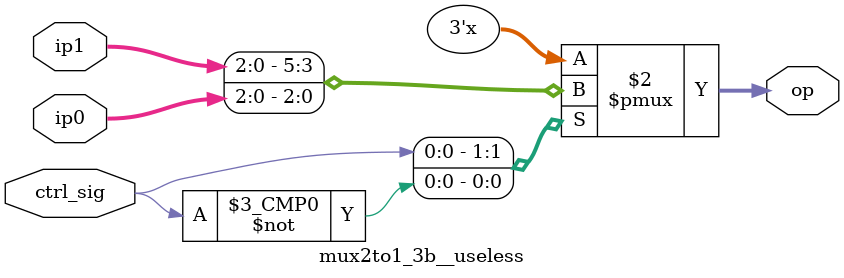
<source format=v>
module mux2to1_3b__useless (ip0,ip1, ctrl_sig, op);
input wire [2:0] ip1,ip0;
input wire  ctrl_sig ;
output reg [2:0] op;
 
always @(*)
begin
case(ctrl_sig)
 1:begin op=ip1; end
 0:begin op=ip0; end
endcase
end
endmodule
	
</source>
